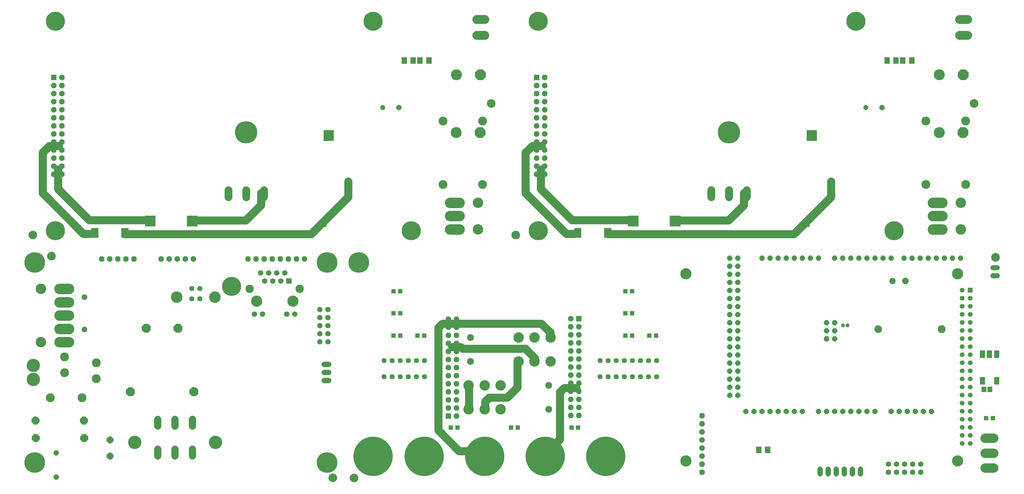
<source format=gbs>
G75*
G70*
%OFA0B0*%
%FSLAX24Y24*%
%IPPOS*%
%LPD*%
%AMOC8*
5,1,8,0,0,1.08239X$1,22.5*
%
%ADD10C,0.1000*%
%ADD11C,0.0973*%
%ADD12C,0.2759*%
%ADD13R,0.0674X0.0674*%
%ADD14OC8,0.0674*%
%ADD15C,0.1360*%
%ADD16OC8,0.1360*%
%ADD17C,0.1100*%
%ADD18OC8,0.0640*%
%ADD19OC8,0.0600*%
%ADD20C,0.1100*%
%ADD21OC8,0.0973*%
%ADD22C,0.0907*%
%ADD23OC8,0.0840*%
%ADD24C,0.1653*%
%ADD25C,0.0674*%
%ADD26C,0.0674*%
%ADD27C,0.0640*%
%ADD28C,0.1436*%
%ADD29C,0.1039*%
%ADD30C,0.1386*%
%ADD31OC8,0.0680*%
%ADD32C,0.0477*%
%ADD33C,0.0640*%
%ADD34C,0.0946*%
%ADD35OC8,0.0946*%
%ADD36OC8,0.0634*%
%ADD37C,0.1299*%
%ADD38C,0.0848*%
%ADD39C,0.4885*%
%ADD40R,0.0552X0.0552*%
%ADD41C,0.1172*%
%ADD42C,0.0595*%
%ADD43R,0.0595X0.0595*%
%ADD44C,0.0634*%
%ADD45R,0.0710X0.0789*%
%ADD46R,0.0592X0.0671*%
%ADD47C,0.0095*%
%ADD48C,0.0050*%
%ADD49C,0.0780*%
%ADD50OC8,0.0780*%
%ADD51OC8,0.1100*%
%ADD52C,0.1299*%
%ADD53R,0.0710X0.0790*%
%ADD54R,0.0516X0.0516*%
%ADD55C,0.2365*%
%ADD56C,0.2562*%
%ADD57C,0.1650*%
D10*
X056090Y010222D02*
X056090Y022947D01*
X056590Y023447D01*
X068040Y023447D01*
X068140Y023447D02*
X068865Y023447D01*
X069990Y022322D01*
X069990Y021797D01*
X068065Y019147D02*
X066890Y020322D01*
X059090Y020322D01*
X058890Y020522D01*
X057815Y020522D01*
X065890Y018697D02*
X065890Y015522D01*
X064640Y014272D01*
X062390Y014272D01*
X061890Y013772D01*
X061890Y012847D01*
X059915Y012947D02*
X059915Y015747D01*
X068065Y018847D02*
X068065Y019147D01*
X071715Y015472D02*
X071165Y014922D01*
X071165Y009097D01*
X069740Y007672D01*
X060790Y007647D02*
X058665Y007647D01*
X056090Y010222D01*
X071715Y015472D02*
X073215Y015472D01*
X072833Y034572D02*
X071958Y034572D01*
X066908Y039622D01*
X066908Y044622D01*
X067758Y045472D01*
X068908Y045472D01*
X068808Y042572D02*
X068808Y040147D01*
X072683Y036272D01*
X079658Y036272D01*
X077133Y034522D02*
X100183Y034522D01*
X104783Y039122D01*
X104783Y041072D01*
X093983Y039622D02*
X093983Y038122D01*
X092083Y036222D01*
X086058Y036222D01*
X044940Y039122D02*
X044940Y041072D01*
X044940Y039122D02*
X040340Y034522D01*
X017290Y034522D01*
X019815Y036272D02*
X012840Y036272D01*
X008965Y040147D01*
X008965Y042572D01*
X007065Y044622D02*
X007915Y045472D01*
X009065Y045472D01*
X007065Y044622D02*
X007065Y039622D01*
X012115Y034572D01*
X012990Y034572D01*
X026215Y036222D02*
X032240Y036222D01*
X034140Y038122D01*
X034140Y039622D01*
D11*
X034452Y040015D02*
X034452Y039130D01*
X032252Y039130D02*
X032252Y040015D01*
X030052Y040015D02*
X030052Y039130D01*
X089895Y039130D02*
X089895Y040015D01*
X092095Y040015D02*
X092095Y039130D01*
X094295Y039130D02*
X094295Y040015D01*
D12*
X092095Y047173D03*
X032252Y047173D03*
D13*
X008422Y053988D03*
X037556Y028746D03*
X057351Y012011D03*
X073493Y024067D03*
X068265Y053988D03*
D14*
X069265Y053988D03*
X069265Y052988D03*
X068265Y052988D03*
X068265Y051988D03*
X069265Y051988D03*
X069265Y050988D03*
X068265Y050988D03*
X068265Y049988D03*
X069265Y049988D03*
X069265Y048988D03*
X068265Y048988D03*
X068265Y047988D03*
X069265Y047988D03*
X069265Y046988D03*
X068265Y046988D03*
X068265Y045988D03*
X069265Y045988D03*
X069265Y044988D03*
X068265Y044988D03*
X068265Y043988D03*
X069265Y043988D03*
X069265Y042988D03*
X068265Y042988D03*
X068265Y041988D03*
X069265Y041988D03*
X039515Y031472D03*
X038515Y031472D03*
X037515Y031472D03*
X036515Y031472D03*
X035515Y031472D03*
X034515Y031472D03*
X033515Y031472D03*
X032515Y031472D03*
X025740Y031472D03*
X024740Y031472D03*
X023740Y031472D03*
X022740Y031472D03*
X021740Y031472D03*
X018365Y031472D03*
X017365Y031472D03*
X016365Y031472D03*
X015365Y031472D03*
X014365Y031472D03*
X009422Y041988D03*
X008422Y041988D03*
X008422Y042988D03*
X008422Y043988D03*
X009422Y043988D03*
X009422Y042988D03*
X009422Y044988D03*
X008422Y044988D03*
X008422Y045988D03*
X008422Y046988D03*
X009422Y046988D03*
X009422Y045988D03*
X009422Y047988D03*
X008422Y047988D03*
X008422Y048988D03*
X009422Y048988D03*
X009422Y049988D03*
X008422Y049988D03*
X008422Y050988D03*
X008422Y051988D03*
X009422Y051988D03*
X009422Y050988D03*
X009422Y052988D03*
X008422Y052988D03*
X009422Y053988D03*
X057351Y024011D03*
X058351Y024011D03*
X058351Y023011D03*
X057351Y023011D03*
X057351Y022011D03*
X057351Y021011D03*
X058351Y021011D03*
X058351Y022011D03*
X058351Y020011D03*
X057351Y020011D03*
X057351Y019011D03*
X058351Y019011D03*
X058351Y018011D03*
X057351Y018011D03*
X057351Y017011D03*
X058351Y017011D03*
X058351Y016011D03*
X057351Y016011D03*
X057351Y015011D03*
X057351Y014011D03*
X058351Y014011D03*
X058351Y015011D03*
X058351Y013011D03*
X057351Y013011D03*
X058351Y012011D03*
X072493Y012067D03*
X072493Y013067D03*
X073493Y013067D03*
X073493Y012067D03*
X073493Y014067D03*
X073493Y015067D03*
X072493Y015067D03*
X072493Y014067D03*
X072493Y016067D03*
X073493Y016067D03*
X073493Y017067D03*
X073493Y018067D03*
X072493Y018067D03*
X072493Y017067D03*
X072493Y019067D03*
X072493Y020067D03*
X073493Y020067D03*
X073493Y019067D03*
X073493Y021067D03*
X072493Y021067D03*
X072493Y022067D03*
X072493Y023067D03*
X073493Y023067D03*
X073493Y022067D03*
X072493Y024067D03*
X088765Y012047D03*
X088765Y011047D03*
X088765Y010047D03*
X088765Y009047D03*
X088765Y008047D03*
X088765Y007047D03*
X088765Y006047D03*
X088765Y005047D03*
D15*
X118157Y047147D03*
X118182Y054297D03*
X058339Y054297D03*
X058314Y047147D03*
D16*
X061267Y047147D03*
X061292Y054297D03*
X121134Y054297D03*
X121109Y047147D03*
D17*
X120683Y059197D02*
X121683Y059197D01*
X121683Y061166D02*
X120683Y061166D01*
X061840Y061166D02*
X060840Y061166D01*
X060840Y059197D02*
X061840Y059197D01*
D18*
X008740Y004447D03*
X008740Y007447D03*
X051215Y050247D03*
X111058Y050247D03*
D19*
X109058Y050247D03*
X049215Y050247D03*
D20*
X056655Y048584D03*
X061576Y048584D03*
X061576Y040710D03*
X056655Y040710D03*
X013709Y018598D03*
X013709Y016623D03*
X009772Y017371D03*
X009772Y019346D03*
X008003Y014287D03*
X011940Y014287D03*
X116497Y040710D03*
X121419Y040710D03*
X121419Y048584D03*
X116497Y048584D03*
D21*
X012176Y011442D03*
X012201Y009262D03*
X006201Y009262D03*
X006176Y011442D03*
D22*
X021290Y011610D02*
X021290Y010785D01*
X023440Y010785D02*
X023440Y011610D01*
X025590Y011610D02*
X025590Y010785D01*
X025590Y007910D02*
X025590Y007085D01*
X023440Y007085D02*
X023440Y007910D01*
X021290Y007910D02*
X021290Y007085D01*
D23*
X015390Y007022D03*
X015390Y009022D03*
D24*
X018465Y008722D03*
X028465Y008722D03*
D25*
X041919Y016397D02*
X042512Y016397D01*
X042512Y017397D02*
X041919Y017397D01*
X041919Y018397D02*
X042512Y018397D01*
X103415Y005419D02*
X103415Y004825D01*
X104415Y004825D02*
X104415Y005419D01*
X105415Y005419D02*
X105415Y004825D01*
X106415Y004825D02*
X106415Y005419D01*
X107415Y005419D02*
X107415Y004825D01*
X108415Y004825D02*
X108415Y005419D01*
D26*
X111865Y005022D03*
X112865Y005022D03*
X113865Y005022D03*
X114865Y005022D03*
X115865Y005022D03*
X115865Y006022D03*
X114865Y006022D03*
X113865Y006022D03*
X112865Y006022D03*
X111865Y006022D03*
X042410Y021210D03*
X041410Y021210D03*
X041410Y022210D03*
X041410Y023210D03*
X042410Y023210D03*
X042410Y022210D03*
X042410Y024210D03*
X041410Y024210D03*
X041410Y025210D03*
X042410Y025210D03*
X038296Y024628D03*
X037296Y024628D03*
X034316Y024628D03*
X033316Y024628D03*
X034556Y028746D03*
X035556Y028746D03*
X036556Y028746D03*
X037056Y029746D03*
X036056Y029746D03*
X035056Y029746D03*
X034056Y029746D03*
D27*
X026534Y027812D03*
X025550Y027812D03*
X025550Y026552D03*
X026534Y026552D03*
D28*
X028412Y026749D03*
X023672Y026749D03*
D29*
X032705Y027778D03*
X038906Y027778D03*
D30*
X038056Y026246D03*
X033556Y026246D03*
X086780Y029653D03*
X120441Y029653D03*
X120441Y006425D03*
X086780Y006425D03*
D31*
X104186Y021587D03*
X012240Y022722D03*
X012240Y026722D03*
D32*
X106240Y023247D03*
X106791Y023247D03*
D33*
X124785Y029397D02*
X125345Y029397D01*
X125345Y030397D02*
X124785Y030397D01*
D34*
X110585Y022772D03*
D35*
X118455Y022772D03*
D36*
X105186Y022587D03*
X104186Y022587D03*
X105186Y021587D03*
X105186Y023587D03*
X104186Y023587D03*
X093186Y023587D03*
X092186Y023587D03*
X092186Y022587D03*
X092186Y021587D03*
X093186Y021587D03*
X093186Y022587D03*
X093186Y020587D03*
X092186Y020587D03*
X092186Y019587D03*
X093186Y019587D03*
X093186Y018587D03*
X092186Y018587D03*
X092186Y017587D03*
X092186Y016587D03*
X093186Y016587D03*
X093186Y017587D03*
X093186Y015587D03*
X092186Y015587D03*
X092186Y014587D03*
X093186Y014587D03*
X094186Y012587D03*
X095186Y012587D03*
X096186Y012587D03*
X097186Y012587D03*
X098186Y012587D03*
X099186Y012587D03*
X100186Y012587D03*
X101186Y012587D03*
X103186Y012587D03*
X104186Y012587D03*
X105186Y012587D03*
X106186Y012587D03*
X107186Y012587D03*
X108186Y012587D03*
X109186Y012587D03*
X110186Y012587D03*
X112186Y012587D03*
X113186Y012587D03*
X114186Y012587D03*
X115186Y012587D03*
X116186Y012587D03*
X117186Y012587D03*
X093186Y024587D03*
X092186Y024587D03*
X092186Y025587D03*
X093186Y025587D03*
X093186Y026587D03*
X092186Y026587D03*
X092186Y027587D03*
X093186Y027587D03*
X093186Y028587D03*
X092186Y028587D03*
X092186Y029587D03*
X092186Y030587D03*
X093186Y030587D03*
X093186Y029587D03*
X093186Y031587D03*
X092186Y031587D03*
X096186Y031587D03*
X097186Y031587D03*
X098186Y031587D03*
X099186Y031587D03*
X100186Y031587D03*
X101186Y031587D03*
X102186Y031587D03*
X103186Y031587D03*
X105186Y031587D03*
X106186Y031587D03*
X107186Y031587D03*
X108186Y031587D03*
X109186Y031587D03*
X110186Y031587D03*
X111186Y031587D03*
X112186Y031587D03*
X113786Y031587D03*
X114786Y031587D03*
X115786Y031587D03*
X116786Y031587D03*
X117786Y031587D03*
X118786Y031587D03*
X119786Y031587D03*
X120786Y031587D03*
D37*
X120832Y035140D03*
X120832Y038447D03*
X069989Y021735D03*
X068004Y021735D03*
X066020Y021735D03*
X066020Y018759D03*
X068004Y018759D03*
X069989Y018759D03*
X063811Y015810D03*
X061827Y015810D03*
X059842Y015810D03*
X059842Y012834D03*
X061827Y012834D03*
X063811Y012834D03*
X060989Y035140D03*
X060989Y038447D03*
X006841Y027772D03*
X006841Y021158D03*
D38*
X060067Y021735D03*
X060067Y018759D03*
X069764Y015810D03*
X069764Y012834D03*
D39*
X069319Y007015D03*
X076819Y007015D03*
X061819Y007015D03*
X054319Y007015D03*
X048000Y007015D03*
D40*
X057626Y010559D03*
X058453Y010559D03*
X065107Y010559D03*
X065933Y010559D03*
X072587Y010559D03*
X073414Y010559D03*
X079280Y021976D03*
X080107Y021976D03*
X082233Y021976D03*
X083059Y021976D03*
X080107Y024732D03*
X079280Y024732D03*
X079280Y027488D03*
X080107Y027488D03*
X054319Y021976D03*
X053492Y021976D03*
X051366Y021976D03*
X050540Y021976D03*
X050540Y024732D03*
X051366Y024732D03*
X051366Y027488D03*
X050540Y027488D03*
X123965Y011740D03*
X124792Y011740D03*
D41*
X124911Y009259D02*
X123846Y009259D01*
X123846Y007409D02*
X124911Y007409D01*
X124911Y005559D02*
X123846Y005559D01*
D42*
X122016Y008590D03*
X121016Y008590D03*
X121016Y009590D03*
X122016Y009590D03*
X122016Y010590D03*
X121016Y010590D03*
X121016Y011590D03*
X122016Y011590D03*
X122016Y012590D03*
X121016Y012590D03*
X121016Y013590D03*
X122016Y013590D03*
X122016Y014590D03*
X121016Y014590D03*
X121016Y015590D03*
X122016Y015590D03*
X122016Y016590D03*
X121016Y016590D03*
X121016Y017590D03*
X122016Y017590D03*
X122016Y018590D03*
X121016Y018590D03*
X121016Y019590D03*
X122016Y019590D03*
X122016Y020590D03*
X121016Y020590D03*
X121016Y021590D03*
X122016Y021590D03*
X122016Y022590D03*
X121016Y022590D03*
X121016Y023590D03*
X122016Y023590D03*
X122016Y024590D03*
X121016Y024590D03*
X121016Y025590D03*
X122016Y025590D03*
X122016Y026590D03*
X121016Y026590D03*
X121016Y027590D03*
D43*
X122016Y027590D03*
D44*
X083150Y018858D03*
X082150Y018858D03*
X081150Y018858D03*
X080150Y018858D03*
X079150Y018858D03*
X078150Y018858D03*
X077150Y018858D03*
X076150Y018858D03*
X076150Y016858D03*
X077150Y016858D03*
X078150Y016858D03*
X079150Y016858D03*
X080150Y016858D03*
X081150Y016858D03*
X082150Y016858D03*
X083150Y016858D03*
X054378Y016858D03*
X053378Y016858D03*
X052378Y016858D03*
X051378Y016858D03*
X050378Y016858D03*
X049378Y016858D03*
X049378Y018858D03*
X050378Y018858D03*
X051378Y018858D03*
X052378Y018858D03*
X053378Y018858D03*
X054378Y018858D03*
D45*
X095789Y007797D03*
X096892Y007797D03*
X111707Y056072D03*
X112809Y056072D03*
X052967Y056072D03*
X051864Y056072D03*
D46*
X123691Y015297D03*
X124439Y015297D03*
D47*
X124996Y015979D02*
X124996Y016791D01*
X125532Y016791D01*
X125532Y015979D01*
X124996Y015979D01*
X124996Y016073D02*
X125532Y016073D01*
X125532Y016167D02*
X124996Y016167D01*
X124996Y016261D02*
X125532Y016261D01*
X125532Y016355D02*
X124996Y016355D01*
X124996Y016449D02*
X125532Y016449D01*
X125532Y016543D02*
X124996Y016543D01*
X124996Y016637D02*
X125532Y016637D01*
X125532Y016731D02*
X124996Y016731D01*
X123224Y016791D02*
X123224Y015979D01*
X123224Y016791D02*
X123760Y016791D01*
X123760Y015979D01*
X123224Y015979D01*
X123224Y016073D02*
X123760Y016073D01*
X123760Y016167D02*
X123224Y016167D01*
X123224Y016261D02*
X123760Y016261D01*
X123760Y016355D02*
X123224Y016355D01*
X123224Y016449D02*
X123760Y016449D01*
X123760Y016543D02*
X123224Y016543D01*
X123224Y016637D02*
X123760Y016637D01*
X123760Y016731D02*
X123224Y016731D01*
X123224Y019287D02*
X123224Y020099D01*
X123760Y020099D01*
X123760Y019287D01*
X123224Y019287D01*
X123224Y019381D02*
X123760Y019381D01*
X123760Y019475D02*
X123224Y019475D01*
X123224Y019569D02*
X123760Y019569D01*
X123760Y019663D02*
X123224Y019663D01*
X123224Y019757D02*
X123760Y019757D01*
X123760Y019851D02*
X123224Y019851D01*
X123224Y019945D02*
X123760Y019945D01*
X123760Y020039D02*
X123224Y020039D01*
X124110Y020099D02*
X124110Y019287D01*
X124110Y020099D02*
X124646Y020099D01*
X124646Y019287D01*
X124110Y019287D01*
X124110Y019381D02*
X124646Y019381D01*
X124646Y019475D02*
X124110Y019475D01*
X124110Y019569D02*
X124646Y019569D01*
X124646Y019663D02*
X124110Y019663D01*
X124110Y019757D02*
X124646Y019757D01*
X124646Y019851D02*
X124110Y019851D01*
X124110Y019945D02*
X124646Y019945D01*
X124646Y020039D02*
X124110Y020039D01*
X124996Y020099D02*
X124996Y019287D01*
X124996Y020099D02*
X125532Y020099D01*
X125532Y019287D01*
X124996Y019287D01*
X124996Y019381D02*
X125532Y019381D01*
X125532Y019475D02*
X124996Y019475D01*
X124996Y019569D02*
X125532Y019569D01*
X125532Y019663D02*
X124996Y019663D01*
X124996Y019757D02*
X125532Y019757D01*
X125532Y019851D02*
X124996Y019851D01*
X124996Y019945D02*
X125532Y019945D01*
X125532Y020039D02*
X124996Y020039D01*
D48*
X125140Y031172D02*
X125054Y031180D01*
X124969Y031202D01*
X124890Y031239D01*
X124819Y031289D01*
X124757Y031351D01*
X124707Y031422D01*
X124671Y031501D01*
X124648Y031585D01*
X124640Y031672D01*
X124648Y031759D01*
X124671Y031843D01*
X124707Y031922D01*
X124757Y031993D01*
X124819Y032055D01*
X124890Y032105D01*
X124969Y032142D01*
X125054Y032164D01*
X125140Y032172D01*
X125227Y032164D01*
X125311Y032142D01*
X125390Y032105D01*
X125462Y032055D01*
X125523Y031993D01*
X125573Y031922D01*
X125610Y031843D01*
X125633Y031759D01*
X125640Y031672D01*
X125633Y031585D01*
X125610Y031501D01*
X125573Y031422D01*
X125523Y031351D01*
X125462Y031289D01*
X125390Y031239D01*
X125311Y031202D01*
X125227Y031180D01*
X125140Y031172D01*
X124944Y031214D02*
X125337Y031214D01*
X125424Y031263D02*
X124857Y031263D01*
X124797Y031311D02*
X125484Y031311D01*
X125530Y031360D02*
X124751Y031360D01*
X124717Y031408D02*
X125564Y031408D01*
X125590Y031457D02*
X124691Y031457D01*
X124669Y031505D02*
X125611Y031505D01*
X125624Y031554D02*
X124656Y031554D01*
X124647Y031602D02*
X125634Y031602D01*
X125639Y031651D02*
X124642Y031651D01*
X124643Y031699D02*
X125638Y031699D01*
X125634Y031748D02*
X124647Y031748D01*
X124658Y031796D02*
X125623Y031796D01*
X125610Y031845D02*
X124671Y031845D01*
X124694Y031893D02*
X125587Y031893D01*
X125560Y031942D02*
X124721Y031942D01*
X124755Y031990D02*
X125526Y031990D01*
X125478Y032039D02*
X124803Y032039D01*
X124865Y032087D02*
X125416Y032087D01*
X125325Y032136D02*
X124956Y032136D01*
X122570Y050255D02*
X122483Y050247D01*
X122396Y050255D01*
X122312Y050277D01*
X122233Y050314D01*
X122162Y050364D01*
X122100Y050426D01*
X122050Y050497D01*
X122013Y050576D01*
X121991Y050660D01*
X121983Y050747D01*
X121991Y050834D01*
X122013Y050918D01*
X122050Y050997D01*
X122100Y051068D01*
X122162Y051130D01*
X122233Y051180D01*
X122312Y051217D01*
X122396Y051239D01*
X122483Y051247D01*
X122570Y051239D01*
X122654Y051217D01*
X122733Y051180D01*
X122804Y051130D01*
X122866Y051068D01*
X122916Y050997D01*
X122953Y050918D01*
X122975Y050834D01*
X122983Y050747D01*
X122975Y050660D01*
X122953Y050576D01*
X122916Y050497D01*
X122866Y050426D01*
X122804Y050364D01*
X122733Y050314D01*
X122654Y050277D01*
X122570Y050255D01*
X122645Y050275D02*
X122321Y050275D01*
X122220Y050323D02*
X122746Y050323D01*
X122812Y050372D02*
X122154Y050372D01*
X122105Y050420D02*
X122861Y050420D01*
X122896Y050469D02*
X122070Y050469D01*
X122040Y050517D02*
X122925Y050517D01*
X122948Y050566D02*
X122018Y050566D01*
X122003Y050614D02*
X122963Y050614D01*
X122976Y050663D02*
X121990Y050663D01*
X121986Y050711D02*
X122980Y050711D01*
X122982Y050760D02*
X121984Y050760D01*
X121988Y050808D02*
X122978Y050808D01*
X122969Y050857D02*
X121997Y050857D01*
X122010Y050905D02*
X122956Y050905D01*
X122936Y050954D02*
X122030Y050954D01*
X122054Y051002D02*
X122912Y051002D01*
X122878Y051051D02*
X122088Y051051D01*
X122131Y051099D02*
X122835Y051099D01*
X122779Y051148D02*
X122187Y051148D01*
X122268Y051196D02*
X122698Y051196D01*
X122509Y051245D02*
X122457Y051245D01*
X066153Y034618D02*
X066175Y034534D01*
X066183Y034447D01*
X066175Y034360D01*
X066153Y034276D01*
X066116Y034197D01*
X066066Y034126D01*
X066004Y034064D01*
X065933Y034014D01*
X065854Y033977D01*
X065770Y033955D01*
X065683Y033947D01*
X065596Y033955D01*
X065512Y033977D01*
X065433Y034014D01*
X065362Y034064D01*
X065300Y034126D01*
X065250Y034197D01*
X065213Y034276D01*
X065191Y034360D01*
X065183Y034447D01*
X065191Y034534D01*
X065213Y034618D01*
X065250Y034697D01*
X065300Y034768D01*
X065362Y034830D01*
X065433Y034880D01*
X065512Y034917D01*
X065596Y034939D01*
X065683Y034947D01*
X065770Y034939D01*
X065854Y034917D01*
X065933Y034880D01*
X066004Y034830D01*
X066066Y034768D01*
X066116Y034697D01*
X066153Y034618D01*
X066155Y034609D02*
X065211Y034609D01*
X065198Y034561D02*
X066168Y034561D01*
X066177Y034512D02*
X065189Y034512D01*
X065184Y034464D02*
X066181Y034464D01*
X066180Y034415D02*
X065186Y034415D01*
X065190Y034367D02*
X066176Y034367D01*
X066164Y034318D02*
X065202Y034318D01*
X065216Y034270D02*
X066150Y034270D01*
X066127Y034221D02*
X065239Y034221D01*
X065267Y034173D02*
X066099Y034173D01*
X066065Y034124D02*
X065301Y034124D01*
X065350Y034076D02*
X066016Y034076D01*
X065952Y034027D02*
X065414Y034027D01*
X065509Y033979D02*
X065857Y033979D01*
X066134Y034658D02*
X065232Y034658D01*
X065256Y034706D02*
X066110Y034706D01*
X066076Y034755D02*
X065290Y034755D01*
X065335Y034803D02*
X066031Y034803D01*
X065973Y034852D02*
X065392Y034852D01*
X065476Y034900D02*
X065890Y034900D01*
X062727Y050255D02*
X062640Y050247D01*
X062554Y050255D01*
X062469Y050277D01*
X062390Y050314D01*
X062319Y050364D01*
X062257Y050426D01*
X062207Y050497D01*
X062171Y050576D01*
X062148Y050660D01*
X062140Y050747D01*
X062148Y050834D01*
X062171Y050918D01*
X062207Y050997D01*
X062257Y051068D01*
X062319Y051130D01*
X062390Y051180D01*
X062469Y051217D01*
X062554Y051239D01*
X062640Y051247D01*
X062727Y051239D01*
X062811Y051217D01*
X062890Y051180D01*
X062962Y051130D01*
X063023Y051068D01*
X063073Y050997D01*
X063110Y050918D01*
X063133Y050834D01*
X063140Y050747D01*
X063133Y050660D01*
X063110Y050576D01*
X063073Y050497D01*
X063023Y050426D01*
X062962Y050364D01*
X062890Y050314D01*
X062811Y050277D01*
X062727Y050255D01*
X062802Y050275D02*
X062478Y050275D01*
X062377Y050323D02*
X062904Y050323D01*
X062970Y050372D02*
X062311Y050372D01*
X062263Y050420D02*
X063018Y050420D01*
X063054Y050469D02*
X062227Y050469D01*
X062198Y050517D02*
X063083Y050517D01*
X063105Y050566D02*
X062175Y050566D01*
X062160Y050614D02*
X063121Y050614D01*
X063133Y050663D02*
X062148Y050663D01*
X062144Y050711D02*
X063137Y050711D01*
X063139Y050760D02*
X062142Y050760D01*
X062146Y050808D02*
X063135Y050808D01*
X063127Y050857D02*
X062154Y050857D01*
X062167Y050905D02*
X063114Y050905D01*
X063094Y050954D02*
X062187Y050954D01*
X062211Y051002D02*
X063070Y051002D01*
X063036Y051051D02*
X062245Y051051D01*
X062288Y051099D02*
X062993Y051099D01*
X062937Y051148D02*
X062344Y051148D01*
X062425Y051196D02*
X062856Y051196D01*
X062666Y051245D02*
X062615Y051245D01*
X008610Y031993D02*
X008633Y031909D01*
X008640Y031822D01*
X008633Y031735D01*
X008610Y031651D01*
X008573Y031572D01*
X008523Y031501D01*
X008462Y031439D01*
X008390Y031389D01*
X008311Y031352D01*
X008227Y031330D01*
X008140Y031322D01*
X008054Y031330D01*
X007969Y031352D01*
X007890Y031389D01*
X007819Y031439D01*
X007757Y031501D01*
X007707Y031572D01*
X007671Y031651D01*
X008610Y031651D01*
X008623Y031699D02*
X007658Y031699D01*
X007648Y031735D02*
X007640Y031822D01*
X007648Y031909D01*
X007671Y031993D01*
X007707Y032072D01*
X007757Y032143D01*
X007819Y032205D01*
X007890Y032255D01*
X007969Y032292D01*
X008054Y032314D01*
X008140Y032322D01*
X008227Y032314D01*
X008311Y032292D01*
X008390Y032255D01*
X008462Y032205D01*
X008523Y032143D01*
X008573Y032072D01*
X008610Y031993D01*
X008611Y031990D02*
X007670Y031990D01*
X007657Y031942D02*
X008624Y031942D01*
X008634Y031893D02*
X007647Y031893D01*
X007642Y031845D02*
X008638Y031845D01*
X008638Y031796D02*
X007643Y031796D01*
X007647Y031748D02*
X008634Y031748D01*
X008587Y031602D02*
X007693Y031602D01*
X007671Y031651D02*
X007648Y031735D01*
X007720Y031554D02*
X008561Y031554D01*
X008527Y031505D02*
X007754Y031505D01*
X007801Y031457D02*
X008479Y031457D01*
X008418Y031408D02*
X007863Y031408D01*
X007953Y031360D02*
X008327Y031360D01*
X008589Y032039D02*
X007692Y032039D01*
X007718Y032087D02*
X008563Y032087D01*
X008529Y032136D02*
X007752Y032136D01*
X007798Y032184D02*
X008483Y032184D01*
X008422Y032233D02*
X007858Y032233D01*
X007946Y032281D02*
X008334Y032281D01*
X006011Y033977D02*
X005927Y033955D01*
X005840Y033947D01*
X005754Y033955D01*
X005669Y033977D01*
X005590Y034014D01*
X005519Y034064D01*
X005457Y034126D01*
X005407Y034197D01*
X005371Y034276D01*
X005348Y034360D01*
X005340Y034447D01*
X005348Y034534D01*
X005371Y034618D01*
X005407Y034697D01*
X005457Y034768D01*
X005519Y034830D01*
X005590Y034880D01*
X005669Y034917D01*
X005754Y034939D01*
X005840Y034947D01*
X005927Y034939D01*
X006011Y034917D01*
X006090Y034880D01*
X006162Y034830D01*
X006223Y034768D01*
X006273Y034697D01*
X006310Y034618D01*
X006333Y034534D01*
X006340Y034447D01*
X006333Y034360D01*
X006310Y034276D01*
X006273Y034197D01*
X006223Y034126D01*
X006162Y034064D01*
X006090Y034014D01*
X006011Y033977D01*
X006015Y033979D02*
X005666Y033979D01*
X005572Y034027D02*
X006109Y034027D01*
X006173Y034076D02*
X005507Y034076D01*
X005459Y034124D02*
X006222Y034124D01*
X006256Y034173D02*
X005424Y034173D01*
X005396Y034221D02*
X006285Y034221D01*
X006307Y034270D02*
X005374Y034270D01*
X005359Y034318D02*
X006322Y034318D01*
X006333Y034367D02*
X005347Y034367D01*
X005343Y034415D02*
X006338Y034415D01*
X006339Y034464D02*
X005342Y034464D01*
X005346Y034512D02*
X006335Y034512D01*
X006326Y034561D02*
X005355Y034561D01*
X005368Y034609D02*
X006313Y034609D01*
X006292Y034658D02*
X005389Y034658D01*
X005414Y034706D02*
X006267Y034706D01*
X006233Y034755D02*
X005448Y034755D01*
X005492Y034803D02*
X006189Y034803D01*
X006131Y034852D02*
X005550Y034852D01*
X005634Y034900D02*
X006047Y034900D01*
X042632Y004668D02*
X042694Y004730D01*
X042765Y004780D01*
X042844Y004817D01*
X042929Y004839D01*
X043015Y004847D01*
X043102Y004839D01*
X043186Y004817D01*
X043265Y004780D01*
X043337Y004730D01*
X043398Y004668D01*
X043448Y004597D01*
X043485Y004518D01*
X043508Y004434D01*
X043515Y004347D01*
X043508Y004260D01*
X043485Y004176D01*
X043448Y004097D01*
X043398Y004026D01*
X043337Y003964D01*
X043265Y003914D01*
X043186Y003877D01*
X043102Y003855D01*
X043015Y003847D01*
X042929Y003855D01*
X042844Y003877D01*
X042765Y003914D01*
X042694Y003964D01*
X042632Y004026D01*
X042582Y004097D01*
X042546Y004176D01*
X042523Y004260D01*
X042515Y004347D01*
X042523Y004434D01*
X042546Y004518D01*
X042582Y004597D01*
X042632Y004668D01*
X042649Y004685D02*
X043382Y004685D01*
X043421Y004636D02*
X042610Y004636D01*
X042578Y004588D02*
X043453Y004588D01*
X043475Y004539D02*
X042555Y004539D01*
X042538Y004491D02*
X043493Y004491D01*
X043506Y004442D02*
X042525Y004442D01*
X042519Y004394D02*
X043511Y004394D01*
X043515Y004345D02*
X042516Y004345D01*
X042520Y004297D02*
X043511Y004297D01*
X043505Y004248D02*
X042526Y004248D01*
X042539Y004200D02*
X043492Y004200D01*
X043474Y004151D02*
X042557Y004151D01*
X042580Y004103D02*
X043451Y004103D01*
X043418Y004054D02*
X042613Y004054D01*
X042653Y004006D02*
X043378Y004006D01*
X043327Y003957D02*
X042704Y003957D01*
X042777Y003909D02*
X043254Y003909D01*
X043122Y003860D02*
X042908Y003860D01*
X042698Y004733D02*
X043333Y004733D01*
X043262Y004782D02*
X042769Y004782D01*
X042894Y004830D02*
X043137Y004830D01*
X045148Y004409D02*
X045140Y004322D01*
X045148Y004235D01*
X045171Y004151D01*
X045207Y004072D01*
X045257Y004001D01*
X045319Y003939D01*
X045390Y003889D01*
X045469Y003852D01*
X045554Y003830D01*
X045640Y003822D01*
X045727Y003830D01*
X045811Y003852D01*
X045890Y003889D01*
X045962Y003939D01*
X046023Y004001D01*
X046073Y004072D01*
X046110Y004151D01*
X046133Y004235D01*
X046140Y004322D01*
X046133Y004409D01*
X046110Y004493D01*
X046073Y004572D01*
X046023Y004643D01*
X045962Y004705D01*
X045890Y004755D01*
X045811Y004792D01*
X045727Y004814D01*
X045640Y004822D01*
X045554Y004814D01*
X045469Y004792D01*
X045390Y004755D01*
X045319Y004705D01*
X045257Y004643D01*
X045207Y004572D01*
X045171Y004493D01*
X045148Y004409D01*
X045147Y004394D02*
X046134Y004394D01*
X046124Y004442D02*
X045157Y004442D01*
X045170Y004491D02*
X046111Y004491D01*
X046089Y004539D02*
X045192Y004539D01*
X045218Y004588D02*
X046063Y004588D01*
X046029Y004636D02*
X045252Y004636D01*
X045299Y004685D02*
X045982Y004685D01*
X045922Y004733D02*
X045359Y004733D01*
X045447Y004782D02*
X045834Y004782D01*
X046138Y004345D02*
X045142Y004345D01*
X045143Y004297D02*
X046138Y004297D01*
X046134Y004248D02*
X045147Y004248D01*
X045158Y004200D02*
X046123Y004200D01*
X046110Y004151D02*
X045171Y004151D01*
X045193Y004103D02*
X046088Y004103D01*
X046061Y004054D02*
X045220Y004054D01*
X045254Y004006D02*
X046027Y004006D01*
X045980Y003957D02*
X045301Y003957D01*
X045363Y003909D02*
X045918Y003909D01*
X045828Y003860D02*
X045453Y003860D01*
D49*
X112378Y028722D03*
D50*
X113953Y028722D03*
D51*
X025802Y015010D03*
X017928Y015010D03*
X019897Y022884D03*
X023834Y022884D03*
D52*
X010306Y022811D02*
X009125Y022811D01*
X009125Y024465D02*
X010306Y024465D01*
X010306Y026119D02*
X009125Y026119D01*
X009125Y027772D02*
X010306Y027772D01*
X010306Y021158D02*
X009125Y021158D01*
X057525Y035140D02*
X058706Y035140D01*
X058706Y036794D02*
X057525Y036794D01*
X057525Y038447D02*
X058706Y038447D01*
X117367Y038447D02*
X118548Y038447D01*
X118548Y036794D02*
X117367Y036794D01*
X117367Y035140D02*
X118548Y035140D01*
D53*
X114768Y056072D03*
X113648Y056072D03*
X054925Y056072D03*
X053806Y056072D03*
D54*
X042915Y047197D03*
X042515Y047197D03*
X042115Y047197D03*
X042115Y046772D03*
X042515Y046772D03*
X042915Y046772D03*
X042915Y046347D03*
X042515Y046347D03*
X042115Y046347D03*
X026015Y036597D03*
X025590Y036597D03*
X025165Y036597D03*
X025165Y036172D03*
X025165Y035747D03*
X025590Y035747D03*
X025590Y036172D03*
X026015Y036172D03*
X026015Y035747D03*
X020815Y035747D03*
X020390Y035747D03*
X019965Y035747D03*
X019965Y036172D03*
X019965Y036597D03*
X020390Y036597D03*
X020390Y036172D03*
X020815Y036172D03*
X020815Y036597D03*
X017465Y035072D03*
X017465Y034697D03*
X017465Y034322D03*
X017040Y034322D03*
X017040Y034697D03*
X017040Y035072D03*
X013740Y035072D03*
X013740Y034697D03*
X013740Y034322D03*
X013315Y034322D03*
X013315Y034697D03*
X013315Y035072D03*
X041590Y035672D03*
X041590Y036072D03*
X042015Y036072D03*
X042015Y035672D03*
X073158Y035072D03*
X073158Y034697D03*
X073158Y034322D03*
X073583Y034322D03*
X073583Y034697D03*
X073583Y035072D03*
X076883Y035072D03*
X076883Y034697D03*
X076883Y034322D03*
X077308Y034322D03*
X077308Y034697D03*
X077308Y035072D03*
X079808Y035747D03*
X080233Y035747D03*
X080658Y035747D03*
X080658Y036172D03*
X080658Y036597D03*
X080233Y036597D03*
X080233Y036172D03*
X079808Y036172D03*
X079808Y036597D03*
X085008Y036597D03*
X085433Y036597D03*
X085858Y036597D03*
X085858Y036172D03*
X085858Y035747D03*
X085433Y035747D03*
X085433Y036172D03*
X085008Y036172D03*
X085008Y035747D03*
X101433Y035672D03*
X101433Y036072D03*
X101858Y036072D03*
X101858Y035672D03*
X101958Y046347D03*
X102358Y046347D03*
X102758Y046347D03*
X102758Y046772D03*
X102358Y046772D03*
X101958Y046772D03*
X101958Y047197D03*
X102358Y047197D03*
X102758Y047197D03*
D55*
X112567Y034968D03*
X068473Y034968D03*
X052725Y034968D03*
X030481Y028078D03*
X008630Y034968D03*
X008630Y060952D03*
X048000Y060952D03*
X068473Y060952D03*
X107843Y060952D03*
D56*
X046229Y031031D03*
X042292Y031031D03*
X006071Y031031D03*
X006071Y006228D03*
X042292Y006228D03*
D57*
X005890Y016522D03*
X005890Y018272D03*
M02*

</source>
